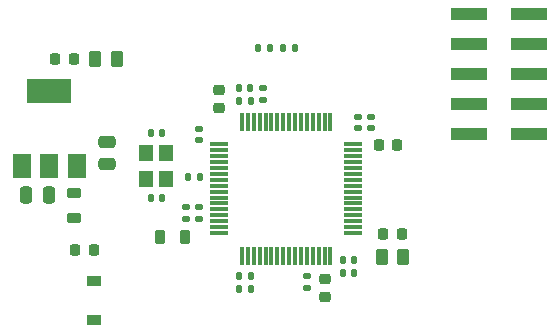
<source format=gbr>
%TF.GenerationSoftware,KiCad,Pcbnew,(6.0.0)*%
%TF.CreationDate,2023-02-04T05:02:53+03:00*%
%TF.ProjectId,STM32F4_breakout,53544d33-3246-4345-9f62-7265616b6f75,rev?*%
%TF.SameCoordinates,Original*%
%TF.FileFunction,Paste,Top*%
%TF.FilePolarity,Positive*%
%FSLAX46Y46*%
G04 Gerber Fmt 4.6, Leading zero omitted, Abs format (unit mm)*
G04 Created by KiCad (PCBNEW (6.0.0)) date 2023-02-04 05:02:53*
%MOMM*%
%LPD*%
G01*
G04 APERTURE LIST*
G04 Aperture macros list*
%AMRoundRect*
0 Rectangle with rounded corners*
0 $1 Rounding radius*
0 $2 $3 $4 $5 $6 $7 $8 $9 X,Y pos of 4 corners*
0 Add a 4 corners polygon primitive as box body*
4,1,4,$2,$3,$4,$5,$6,$7,$8,$9,$2,$3,0*
0 Add four circle primitives for the rounded corners*
1,1,$1+$1,$2,$3*
1,1,$1+$1,$4,$5*
1,1,$1+$1,$6,$7*
1,1,$1+$1,$8,$9*
0 Add four rect primitives between the rounded corners*
20,1,$1+$1,$2,$3,$4,$5,0*
20,1,$1+$1,$4,$5,$6,$7,0*
20,1,$1+$1,$6,$7,$8,$9,0*
20,1,$1+$1,$8,$9,$2,$3,0*%
G04 Aperture macros list end*
%ADD10RoundRect,0.135000X-0.135000X-0.185000X0.135000X-0.185000X0.135000X0.185000X-0.135000X0.185000X0*%
%ADD11RoundRect,0.140000X0.140000X0.170000X-0.140000X0.170000X-0.140000X-0.170000X0.140000X-0.170000X0*%
%ADD12RoundRect,0.250000X0.475000X-0.250000X0.475000X0.250000X-0.475000X0.250000X-0.475000X-0.250000X0*%
%ADD13RoundRect,0.140000X0.170000X-0.140000X0.170000X0.140000X-0.170000X0.140000X-0.170000X-0.140000X0*%
%ADD14RoundRect,0.218750X0.218750X0.256250X-0.218750X0.256250X-0.218750X-0.256250X0.218750X-0.256250X0*%
%ADD15RoundRect,0.218750X-0.381250X0.218750X-0.381250X-0.218750X0.381250X-0.218750X0.381250X0.218750X0*%
%ADD16RoundRect,0.140000X-0.140000X-0.170000X0.140000X-0.170000X0.140000X0.170000X-0.140000X0.170000X0*%
%ADD17RoundRect,0.225000X-0.250000X0.225000X-0.250000X-0.225000X0.250000X-0.225000X0.250000X0.225000X0*%
%ADD18R,3.150000X1.000000*%
%ADD19RoundRect,0.135000X-0.185000X0.135000X-0.185000X-0.135000X0.185000X-0.135000X0.185000X0.135000X0*%
%ADD20RoundRect,0.250000X0.250000X0.475000X-0.250000X0.475000X-0.250000X-0.475000X0.250000X-0.475000X0*%
%ADD21R,1.500000X2.000000*%
%ADD22R,3.800000X2.000000*%
%ADD23RoundRect,0.135000X0.185000X-0.135000X0.185000X0.135000X-0.185000X0.135000X-0.185000X-0.135000X0*%
%ADD24RoundRect,0.218750X-0.218750X-0.381250X0.218750X-0.381250X0.218750X0.381250X-0.218750X0.381250X0*%
%ADD25RoundRect,0.225000X0.250000X-0.225000X0.250000X0.225000X-0.250000X0.225000X-0.250000X-0.225000X0*%
%ADD26RoundRect,0.250000X0.262500X0.450000X-0.262500X0.450000X-0.262500X-0.450000X0.262500X-0.450000X0*%
%ADD27RoundRect,0.135000X0.135000X0.185000X-0.135000X0.185000X-0.135000X-0.185000X0.135000X-0.185000X0*%
%ADD28R,1.200000X1.400000*%
%ADD29RoundRect,0.225000X-0.225000X-0.250000X0.225000X-0.250000X0.225000X0.250000X-0.225000X0.250000X0*%
%ADD30R,1.200000X0.900000*%
%ADD31RoundRect,0.250000X-0.262500X-0.450000X0.262500X-0.450000X0.262500X0.450000X-0.262500X0.450000X0*%
%ADD32RoundRect,0.075000X-0.700000X-0.075000X0.700000X-0.075000X0.700000X0.075000X-0.700000X0.075000X0*%
%ADD33RoundRect,0.075000X-0.075000X-0.700000X0.075000X-0.700000X0.075000X0.700000X-0.075000X0.700000X0*%
G04 APERTURE END LIST*
D10*
%TO.C,R6*%
X141675000Y-77700000D03*
X142695000Y-77700000D03*
%TD*%
D11*
%TO.C,C5*%
X146980000Y-86100000D03*
X146020000Y-86100000D03*
%TD*%
D12*
%TO.C,C1*%
X134800000Y-76650000D03*
X134800000Y-74750000D03*
%TD*%
D13*
%TO.C,C13*%
X141500000Y-81230000D03*
X141500000Y-80270000D03*
%TD*%
%TO.C,C9*%
X156100000Y-73580000D03*
X156100000Y-72620000D03*
%TD*%
D14*
%TO.C,3.3V*%
X132037500Y-67700000D03*
X130462500Y-67700000D03*
%TD*%
D11*
%TO.C,C6*%
X146980000Y-87200000D03*
X146020000Y-87200000D03*
%TD*%
D13*
%TO.C,C14*%
X142600000Y-81230000D03*
X142600000Y-80270000D03*
%TD*%
%TO.C,C4*%
X142600000Y-74580000D03*
X142600000Y-73620000D03*
%TD*%
D15*
%TO.C,FB1*%
X132050000Y-79087500D03*
X132050000Y-81212500D03*
%TD*%
D16*
%TO.C,C11*%
X146020000Y-71300000D03*
X146980000Y-71300000D03*
%TD*%
D17*
%TO.C,C15*%
X153250000Y-86325000D03*
X153250000Y-87875000D03*
%TD*%
D16*
%TO.C,C12*%
X146000000Y-70200000D03*
X146960000Y-70200000D03*
%TD*%
%TO.C,C17*%
X138520000Y-74000000D03*
X139480000Y-74000000D03*
%TD*%
D18*
%TO.C,SWD*%
X165475000Y-63920000D03*
X170525000Y-63920000D03*
X165475000Y-66460000D03*
X170525000Y-66460000D03*
X165475000Y-69000000D03*
X170525000Y-69000000D03*
X165475000Y-71540000D03*
X170525000Y-71540000D03*
X165475000Y-74080000D03*
X170525000Y-74080000D03*
%TD*%
D19*
%TO.C,R2*%
X148000000Y-70190000D03*
X148000000Y-71210000D03*
%TD*%
D13*
%TO.C,C10*%
X157200000Y-73600000D03*
X157200000Y-72640000D03*
%TD*%
D20*
%TO.C,C2*%
X129900000Y-79200000D03*
X128000000Y-79200000D03*
%TD*%
D21*
%TO.C,U1*%
X127650000Y-76750000D03*
X129950000Y-76750000D03*
D22*
X129950000Y-70450000D03*
D21*
X132250000Y-76750000D03*
%TD*%
D23*
%TO.C,R3*%
X151800000Y-87110000D03*
X151800000Y-86090000D03*
%TD*%
D10*
%TO.C,R5*%
X147580000Y-66750000D03*
X148600000Y-66750000D03*
%TD*%
D14*
%TO.C,STAT*%
X159787500Y-82500000D03*
X158212500Y-82500000D03*
%TD*%
D24*
%TO.C,FB2*%
X139337500Y-82800000D03*
X141462500Y-82800000D03*
%TD*%
D16*
%TO.C,C7*%
X154820000Y-84700000D03*
X155780000Y-84700000D03*
%TD*%
D25*
%TO.C,C3*%
X144300000Y-71875000D03*
X144300000Y-70325000D03*
%TD*%
D26*
%TO.C,R7*%
X159912500Y-84500000D03*
X158087500Y-84500000D03*
%TD*%
D27*
%TO.C,R4*%
X150720000Y-66800000D03*
X149700000Y-66800000D03*
%TD*%
D28*
%TO.C,XTAL*%
X138150000Y-75650000D03*
X138150000Y-77850000D03*
X139850000Y-77850000D03*
X139850000Y-75650000D03*
%TD*%
D29*
%TO.C,C16*%
X157825000Y-75000000D03*
X159375000Y-75000000D03*
%TD*%
D30*
%TO.C,Fuse*%
X133700000Y-86500000D03*
X133700000Y-89800000D03*
%TD*%
D31*
%TO.C,R1*%
X133837500Y-67700000D03*
X135662500Y-67700000D03*
%TD*%
D16*
%TO.C,C8*%
X154820000Y-85800000D03*
X155780000Y-85800000D03*
%TD*%
D11*
%TO.C,C18*%
X139500000Y-79500000D03*
X138540000Y-79500000D03*
%TD*%
D32*
%TO.C,U2*%
X144325000Y-74950000D03*
X144325000Y-75450000D03*
X144325000Y-75950000D03*
X144325000Y-76450000D03*
X144325000Y-76950000D03*
X144325000Y-77450000D03*
X144325000Y-77950000D03*
X144325000Y-78450000D03*
X144325000Y-78950000D03*
X144325000Y-79450000D03*
X144325000Y-79950000D03*
X144325000Y-80450000D03*
X144325000Y-80950000D03*
X144325000Y-81450000D03*
X144325000Y-81950000D03*
X144325000Y-82450000D03*
D33*
X146250000Y-84375000D03*
X146750000Y-84375000D03*
X147250000Y-84375000D03*
X147750000Y-84375000D03*
X148250000Y-84375000D03*
X148750000Y-84375000D03*
X149250000Y-84375000D03*
X149750000Y-84375000D03*
X150250000Y-84375000D03*
X150750000Y-84375000D03*
X151250000Y-84375000D03*
X151750000Y-84375000D03*
X152250000Y-84375000D03*
X152750000Y-84375000D03*
X153250000Y-84375000D03*
X153750000Y-84375000D03*
D32*
X155675000Y-82450000D03*
X155675000Y-81950000D03*
X155675000Y-81450000D03*
X155675000Y-80950000D03*
X155675000Y-80450000D03*
X155675000Y-79950000D03*
X155675000Y-79450000D03*
X155675000Y-78950000D03*
X155675000Y-78450000D03*
X155675000Y-77950000D03*
X155675000Y-77450000D03*
X155675000Y-76950000D03*
X155675000Y-76450000D03*
X155675000Y-75950000D03*
X155675000Y-75450000D03*
X155675000Y-74950000D03*
D33*
X153750000Y-73025000D03*
X153250000Y-73025000D03*
X152750000Y-73025000D03*
X152250000Y-73025000D03*
X151750000Y-73025000D03*
X151250000Y-73025000D03*
X150750000Y-73025000D03*
X150250000Y-73025000D03*
X149750000Y-73025000D03*
X149250000Y-73025000D03*
X148750000Y-73025000D03*
X148250000Y-73025000D03*
X147750000Y-73025000D03*
X147250000Y-73025000D03*
X146750000Y-73025000D03*
X146250000Y-73025000D03*
%TD*%
D14*
%TO.C,F1*%
X133700000Y-83900000D03*
X132125000Y-83900000D03*
%TD*%
M02*

</source>
